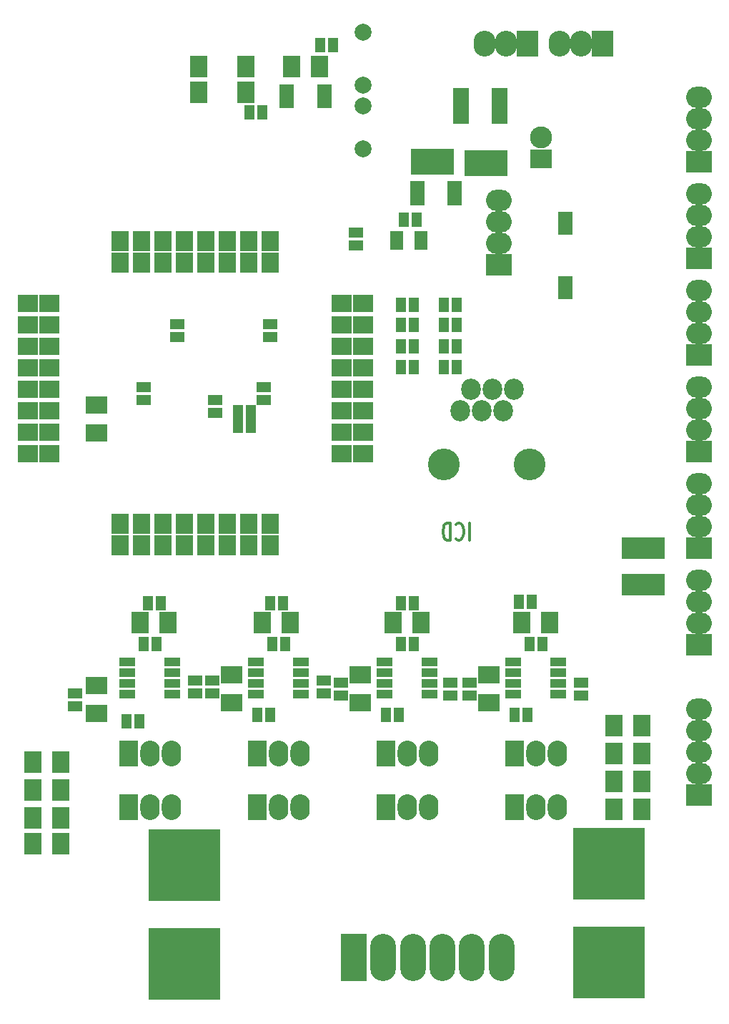
<source format=gts>
G04 #@! TF.FileFunction,Soldermask,Top*
%FSLAX46Y46*%
G04 Gerber Fmt 4.6, Leading zero omitted, Abs format (unit mm)*
G04 Created by KiCad (PCBNEW 4.0.6) date 01/03/18 21:10:08*
%MOMM*%
%LPD*%
G01*
G04 APERTURE LIST*
%ADD10C,0.150000*%
%ADD11C,0.304800*%
%ADD12O,2.286000X3.048000*%
%ADD13R,2.286000X3.048000*%
%ADD14R,1.143000X1.651000*%
%ADD15R,1.651000X1.143000*%
%ADD16R,2.032000X2.540000*%
%ADD17R,2.540000X2.032000*%
%ADD18R,1.905000X4.318000*%
%ADD19R,1.907540X1.107440*%
%ADD20R,1.778000X0.914400*%
%ADD21R,2.407920X2.108200*%
%ADD22R,2.108200X2.407920*%
%ADD23R,2.008000X2.508000*%
%ADD24R,2.032000X2.508000*%
%ADD25R,2.608000X3.048000*%
%ADD26O,2.608580X3.048000*%
%ADD27R,3.048000X2.506980*%
%ADD28O,3.048000X2.506980*%
%ADD29R,8.508000X8.508000*%
%ADD30R,1.808480X2.809240*%
%ADD31R,2.506980X3.048000*%
%ADD32R,2.506980X2.506980*%
%ADD33R,3.048000X5.588000*%
%ADD34O,3.048000X5.588000*%
%ADD35R,2.608580X2.308860*%
%ADD36C,2.608580*%
%ADD37C,2.008000*%
%ADD38R,1.508760X0.756920*%
%ADD39O,2.308860X2.508000*%
%ADD40C,3.759200*%
G04 APERTURE END LIST*
D10*
D11*
X228092000Y-106456238D02*
X228092000Y-104424238D01*
X226495429Y-106262714D02*
X226568000Y-106359476D01*
X226785714Y-106456238D01*
X226930857Y-106456238D01*
X227148572Y-106359476D01*
X227293714Y-106165952D01*
X227366286Y-105972429D01*
X227438857Y-105585381D01*
X227438857Y-105295095D01*
X227366286Y-104908048D01*
X227293714Y-104714524D01*
X227148572Y-104521000D01*
X226930857Y-104424238D01*
X226785714Y-104424238D01*
X226568000Y-104521000D01*
X226495429Y-104617762D01*
X225842286Y-106456238D02*
X225842286Y-104424238D01*
X225479429Y-104424238D01*
X225261714Y-104521000D01*
X225116572Y-104714524D01*
X225044000Y-104908048D01*
X224971429Y-105295095D01*
X224971429Y-105585381D01*
X225044000Y-105972429D01*
X225116572Y-106165952D01*
X225261714Y-106359476D01*
X225479429Y-106456238D01*
X225842286Y-106456238D01*
D12*
X192786000Y-131699000D03*
X190246000Y-131699000D03*
D13*
X187706000Y-131699000D03*
D12*
X238506000Y-138049000D03*
X235966000Y-138049000D03*
D13*
X233426000Y-138049000D03*
D12*
X238506000Y-131699000D03*
X235966000Y-131699000D03*
D13*
X233426000Y-131699000D03*
D12*
X208026000Y-138049000D03*
X205486000Y-138049000D03*
D13*
X202946000Y-138049000D03*
D12*
X208026000Y-131699000D03*
X205486000Y-131699000D03*
D13*
X202946000Y-131699000D03*
D12*
X223266000Y-131699000D03*
X220726000Y-131699000D03*
D13*
X218186000Y-131699000D03*
D12*
X192786000Y-138049000D03*
X190246000Y-138049000D03*
D13*
X187706000Y-138049000D03*
D12*
X223266000Y-138049000D03*
X220726000Y-138049000D03*
D13*
X218186000Y-138049000D03*
D14*
X235204000Y-118745000D03*
X236728000Y-118745000D03*
X204724000Y-118745000D03*
X206248000Y-118745000D03*
X233426000Y-127127000D03*
X234950000Y-127127000D03*
X187452000Y-127889000D03*
X188976000Y-127889000D03*
D15*
X204470000Y-80899000D03*
X204470000Y-82423000D03*
X193497200Y-80873600D03*
X193497200Y-82397600D03*
D14*
X218186000Y-127127000D03*
X219710000Y-127127000D03*
X202946000Y-127127000D03*
X204470000Y-127127000D03*
X189484000Y-118745000D03*
X191008000Y-118745000D03*
X219964000Y-118745000D03*
X221488000Y-118745000D03*
D15*
X189484000Y-89916000D03*
X189484000Y-88392000D03*
X203708000Y-89916000D03*
X203708000Y-88392000D03*
X197612000Y-124587000D03*
X197612000Y-123063000D03*
D14*
X204470000Y-113919000D03*
X205994000Y-113919000D03*
X189992000Y-113919000D03*
X191516000Y-113919000D03*
D15*
X210820000Y-124587000D03*
X210820000Y-123063000D03*
X241300000Y-124841000D03*
X241300000Y-123317000D03*
X228092000Y-124841000D03*
X228092000Y-123317000D03*
D14*
X233934000Y-113792000D03*
X235458000Y-113792000D03*
X219964000Y-113919000D03*
X221488000Y-113919000D03*
D15*
X212852000Y-124841000D03*
X212852000Y-123317000D03*
X225806000Y-124841000D03*
X225806000Y-123317000D03*
X181356000Y-126111000D03*
X181356000Y-124587000D03*
D14*
X219964000Y-78613000D03*
X221488000Y-78613000D03*
X219964000Y-81026000D03*
X221488000Y-81026000D03*
X219964000Y-83566000D03*
X221488000Y-83566000D03*
X219964000Y-85979000D03*
X221488000Y-85979000D03*
X225044000Y-78613000D03*
X226568000Y-78613000D03*
X225044000Y-81026000D03*
X226568000Y-81026000D03*
X225044000Y-83566000D03*
X226568000Y-83566000D03*
X225044000Y-85979000D03*
X226568000Y-85979000D03*
D15*
X195580000Y-124587000D03*
X195580000Y-123063000D03*
D16*
X179705000Y-132715000D03*
X176403000Y-132715000D03*
X179705000Y-139319000D03*
X176403000Y-139319000D03*
X179705000Y-136017000D03*
X176403000Y-136017000D03*
X245237000Y-135001000D03*
X248539000Y-135001000D03*
X245237000Y-138303000D03*
X248539000Y-138303000D03*
X245237000Y-131699000D03*
X248539000Y-131699000D03*
X179705000Y-142367000D03*
X176403000Y-142367000D03*
X245237000Y-128397000D03*
X248539000Y-128397000D03*
D17*
X183896000Y-127000000D03*
X183896000Y-123698000D03*
D16*
X189103000Y-116205000D03*
X192405000Y-116205000D03*
D17*
X215138000Y-125730000D03*
X215138000Y-122428000D03*
D16*
X219075000Y-116205000D03*
X222377000Y-116205000D03*
D17*
X230378000Y-125730000D03*
X230378000Y-122428000D03*
D16*
X234315000Y-116205000D03*
X237617000Y-116205000D03*
D17*
X199898000Y-125730000D03*
X199898000Y-122428000D03*
D16*
X203581000Y-116205000D03*
X206883000Y-116205000D03*
D18*
X227076000Y-55118000D03*
X231648000Y-55118000D03*
D19*
X208153000Y-120904000D03*
X202819000Y-120904000D03*
X208153000Y-122174000D03*
X208153000Y-123444000D03*
X208153000Y-124714000D03*
X202819000Y-122174000D03*
X202819000Y-123444000D03*
X202819000Y-124714000D03*
X223393000Y-120904000D03*
X218059000Y-120904000D03*
X223393000Y-122174000D03*
X223393000Y-123444000D03*
X223393000Y-124714000D03*
X218059000Y-122174000D03*
X218059000Y-123444000D03*
X218059000Y-124714000D03*
X238633000Y-120904000D03*
X233299000Y-120904000D03*
X238633000Y-122174000D03*
X238633000Y-123444000D03*
X238633000Y-124714000D03*
X233299000Y-122174000D03*
X233299000Y-123444000D03*
X233299000Y-124714000D03*
X192913000Y-120904000D03*
X187579000Y-120904000D03*
X192913000Y-122174000D03*
X192913000Y-123444000D03*
X192913000Y-124714000D03*
X187579000Y-122174000D03*
X187579000Y-123444000D03*
X187579000Y-124714000D03*
D20*
X221932500Y-64427100D03*
X221932500Y-65074800D03*
X221932500Y-65735200D03*
X221932500Y-66382900D03*
X226377500Y-66382900D03*
X226377500Y-65735200D03*
X226377500Y-65074800D03*
X226377500Y-64427100D03*
D14*
X220345000Y-68580000D03*
X221869000Y-68580000D03*
X200660000Y-91313000D03*
X202184000Y-91313000D03*
X200660000Y-92964000D03*
X202184000Y-92964000D03*
D15*
X214680800Y-71577200D03*
X214680800Y-70053200D03*
D21*
X212976460Y-78486000D03*
X215516460Y-78486000D03*
X212976460Y-81026000D03*
X215516460Y-81026000D03*
X212976460Y-83566000D03*
X215516460Y-83566000D03*
X212976460Y-86106000D03*
X215516460Y-86106000D03*
X212976460Y-88646000D03*
X215516460Y-88646000D03*
X212976460Y-91186000D03*
X215516460Y-91186000D03*
X212976460Y-93726000D03*
X215516460Y-93726000D03*
X212976460Y-96266000D03*
X215516460Y-96266000D03*
X175768000Y-78486000D03*
X178308000Y-78486000D03*
X175768000Y-81026000D03*
X178308000Y-81026000D03*
X175768000Y-83566000D03*
X178308000Y-83566000D03*
X175768000Y-86106000D03*
X178308000Y-86106000D03*
X175768000Y-88646000D03*
X178308000Y-88646000D03*
X175768000Y-91186000D03*
X178308000Y-91186000D03*
X175768000Y-93726000D03*
X178308000Y-93726000D03*
X175768000Y-96266000D03*
X178308000Y-96266000D03*
D22*
X186690000Y-73660000D03*
X186690000Y-71120000D03*
X189230000Y-73660000D03*
X189230000Y-71120000D03*
X191770000Y-73660000D03*
X191770000Y-71120000D03*
X194310000Y-73660000D03*
X194310000Y-71120000D03*
X196850000Y-73660000D03*
X196850000Y-71120000D03*
X199390000Y-73660000D03*
X199390000Y-71120000D03*
X201930000Y-73660000D03*
X201930000Y-71120000D03*
X204470000Y-73660000D03*
X204470000Y-71120000D03*
X204470000Y-107061000D03*
X204470000Y-104521000D03*
X201930000Y-107061000D03*
X201930000Y-104521000D03*
X199390000Y-107061000D03*
X199390000Y-104521000D03*
X196850000Y-107061000D03*
X196850000Y-104521000D03*
X194310000Y-107061000D03*
X194310000Y-104521000D03*
X191770000Y-107061000D03*
X191770000Y-104521000D03*
X189230000Y-107061000D03*
X189230000Y-104521000D03*
X186690000Y-107061000D03*
X186690000Y-104521000D03*
D20*
X206463900Y-52920900D03*
X206463900Y-53568600D03*
X206463900Y-54229000D03*
X206463900Y-54876700D03*
X210908900Y-54876700D03*
X210908900Y-54229000D03*
X210908900Y-53568600D03*
X210908900Y-52920900D03*
D16*
X207035400Y-50393600D03*
X210337400Y-50393600D03*
D14*
X210439000Y-47879000D03*
X211963000Y-47879000D03*
X202082400Y-55829200D03*
X203606400Y-55829200D03*
D23*
X201625200Y-50444400D03*
X201625200Y-53492400D03*
D24*
X196037200Y-50444400D03*
X196037200Y-53492400D03*
D25*
X234950000Y-47752000D03*
D26*
X232410000Y-47752000D03*
X229870000Y-47752000D03*
D25*
X243840000Y-47752000D03*
D26*
X241300000Y-47752000D03*
X238760000Y-47752000D03*
D27*
X255270000Y-61722000D03*
D28*
X255270000Y-59182000D03*
X255270000Y-56642000D03*
X255270000Y-54102000D03*
D27*
X231597200Y-73863200D03*
D28*
X231597200Y-71323200D03*
X231597200Y-68783200D03*
X231597200Y-66243200D03*
D27*
X255270000Y-118872000D03*
D28*
X255270000Y-116332000D03*
X255270000Y-113792000D03*
X255270000Y-111252000D03*
D27*
X255270000Y-107442000D03*
D28*
X255270000Y-104902000D03*
X255270000Y-102362000D03*
X255270000Y-99822000D03*
D27*
X255270000Y-96012000D03*
D28*
X255270000Y-93472000D03*
X255270000Y-90932000D03*
X255270000Y-88392000D03*
D27*
X255270000Y-84582000D03*
D28*
X255270000Y-82042000D03*
X255270000Y-79502000D03*
X255270000Y-76962000D03*
D27*
X255270000Y-73152000D03*
D28*
X255270000Y-70612000D03*
X255270000Y-68072000D03*
X255270000Y-65532000D03*
X255270000Y-126492000D03*
D27*
X255270000Y-136652000D03*
D28*
X255270000Y-134112000D03*
X255270000Y-131572000D03*
X255270000Y-129032000D03*
D29*
X244602000Y-156413200D03*
X244602000Y-144729200D03*
X194360800Y-156565600D03*
X194360800Y-144881600D03*
D30*
X239471200Y-76555600D03*
X239471200Y-68935600D03*
D31*
X224993200Y-61671200D03*
X222453200Y-61671200D03*
X228803200Y-61823600D03*
X231343200Y-61823600D03*
D32*
X249936000Y-107442000D03*
X247396000Y-107442000D03*
X249936000Y-111760000D03*
X247396000Y-111760000D03*
D33*
X214376000Y-155829000D03*
D34*
X217868500Y-155829000D03*
X221424500Y-155829000D03*
X224917000Y-155829000D03*
X228409500Y-155829000D03*
X231902000Y-155829000D03*
D35*
X236575600Y-61315600D03*
D36*
X236575600Y-58775600D03*
D37*
X215493600Y-46380400D03*
X215493600Y-52654200D03*
X215493600Y-55118000D03*
X215544400Y-60147200D03*
D38*
X219506800Y-71755000D03*
X219506800Y-71247000D03*
X219506800Y-70739000D03*
X219506800Y-70231000D03*
X222402400Y-71755000D03*
X222402400Y-71247000D03*
X222402400Y-70739000D03*
X222402400Y-70231000D03*
D39*
X229552500Y-91186000D03*
X232092500Y-91186000D03*
X227012500Y-91186000D03*
X233362500Y-88646000D03*
X230822500Y-88646000D03*
X228282500Y-88646000D03*
D40*
X225107500Y-97536000D03*
X235267500Y-97536000D03*
D15*
X198018400Y-91440000D03*
X198018400Y-89916000D03*
D17*
X183896000Y-90449400D03*
X183896000Y-93751400D03*
M02*

</source>
